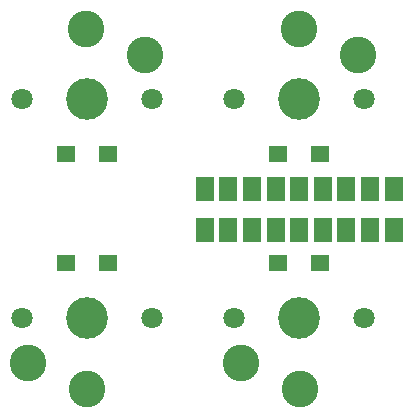
<source format=gbr>
%TF.GenerationSoftware,KiCad,Pcbnew,(6.0.6)*%
%TF.CreationDate,2022-07-28T22:43:09-07:00*%
%TF.ProjectId,left_thumb_routed,6c656674-5f74-4687-956d-625f726f7574,v1.0.0*%
%TF.SameCoordinates,Original*%
%TF.FileFunction,Soldermask,Top*%
%TF.FilePolarity,Negative*%
%FSLAX46Y46*%
G04 Gerber Fmt 4.6, Leading zero omitted, Abs format (unit mm)*
G04 Created by KiCad (PCBNEW (6.0.6)) date 2022-07-28 22:43:09*
%MOMM*%
%LPD*%
G01*
G04 APERTURE LIST*
G04 Aperture macros list*
%AMRoundRect*
0 Rectangle with rounded corners*
0 $1 Rounding radius*
0 $2 $3 $4 $5 $6 $7 $8 $9 X,Y pos of 4 corners*
0 Add a 4 corners polygon primitive as box body*
4,1,4,$2,$3,$4,$5,$6,$7,$8,$9,$2,$3,0*
0 Add four circle primitives for the rounded corners*
1,1,$1+$1,$2,$3*
1,1,$1+$1,$4,$5*
1,1,$1+$1,$6,$7*
1,1,$1+$1,$8,$9*
0 Add four rect primitives between the rounded corners*
20,1,$1+$1,$2,$3,$4,$5,0*
20,1,$1+$1,$4,$5,$6,$7,0*
20,1,$1+$1,$6,$7,$8,$9,0*
20,1,$1+$1,$8,$9,$2,$3,0*%
G04 Aperture macros list end*
%ADD10C,3.100000*%
%ADD11C,3.529000*%
%ADD12C,1.801800*%
%ADD13RoundRect,0.050000X-0.700000X-0.650000X0.700000X-0.650000X0.700000X0.650000X-0.700000X0.650000X0*%
%ADD14RoundRect,0.050000X0.750000X-1.000000X0.750000X1.000000X-0.750000X1.000000X-0.750000X-1.000000X0*%
%ADD15RoundRect,0.050000X0.700000X0.650000X-0.700000X0.650000X-0.700000X-0.650000X0.700000X-0.650000X0*%
G04 APERTURE END LIST*
D10*
%TO.C,SW35*%
X-85050000Y-36850000D03*
X-80050000Y-39050000D03*
D11*
X-85000000Y-42800000D03*
D12*
X-79500000Y-42800000D03*
X-90500000Y-42800000D03*
%TD*%
D11*
%TO.C,SW33*%
X-85000000Y-61400000D03*
D12*
X-90500000Y-61400000D03*
D10*
X-84950000Y-67350000D03*
X-89950000Y-65150000D03*
D12*
X-79500000Y-61400000D03*
%TD*%
D13*
%TO.C,D36*%
X-65225000Y-47500000D03*
X-68775000Y-47500000D03*
%TD*%
%TO.C,D35*%
X-83225000Y-47500000D03*
X-86775000Y-47500000D03*
%TD*%
D14*
%TO.C,J7*%
X-59000000Y-50400000D03*
X-59000000Y-53900000D03*
X-61000000Y-50400000D03*
X-61000000Y-53900000D03*
X-63000000Y-53900000D03*
X-63000000Y-50400000D03*
X-65000000Y-53900000D03*
X-65000000Y-50400000D03*
X-67000000Y-53900000D03*
X-67000000Y-50400000D03*
X-69000000Y-53900000D03*
X-69000000Y-50400000D03*
X-71000000Y-53900000D03*
X-71000000Y-50400000D03*
X-73000000Y-50400000D03*
X-73000000Y-53900000D03*
X-75000000Y-53900000D03*
X-75000000Y-50400000D03*
%TD*%
D12*
%TO.C,SW34*%
X-61500000Y-61400000D03*
D11*
X-67000000Y-61400000D03*
D12*
X-72500000Y-61400000D03*
D10*
X-66950000Y-67350000D03*
X-71950000Y-65150000D03*
%TD*%
D15*
%TO.C,D33*%
X-86775000Y-56700000D03*
X-83225000Y-56700000D03*
%TD*%
D10*
%TO.C,SW36*%
X-62050000Y-39050000D03*
D12*
X-72500000Y-42800000D03*
D11*
X-67000000Y-42800000D03*
D10*
X-67050000Y-36850000D03*
D12*
X-61500000Y-42800000D03*
%TD*%
D15*
%TO.C,D34*%
X-68775000Y-56700000D03*
X-65225000Y-56700000D03*
%TD*%
M02*

</source>
